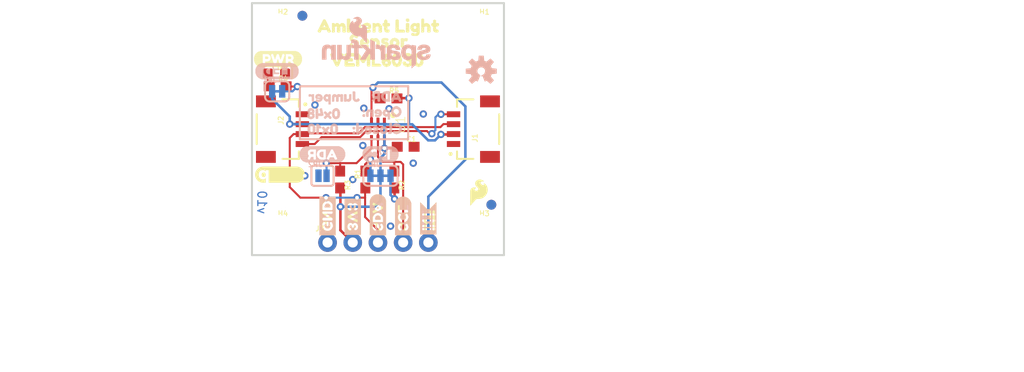
<source format=kicad_pcb>
(kicad_pcb (version 20211014) (generator pcbnew)
  (layers (0 "F.Cu" signal) (31 "B.Cu" signal) (34 "B.Paste" user) (35 "F.Paste" user) (36 "B.SilkS" user "B.Silkscreen") (37 "F.SilkS" user "F.Silkscreen") (38 "B.Mask" user) (39 "F.Mask" user) (44 "Edge.Cuts" user))
  (net 0 "")
  (net 1 "GND")
  (net 2 "3.3V")
  (net 3 "SCL")
  (net 4 "SDA")
  (net 5 "N$1")
  (net 6 "N$2")
  (net 7 "~{INT}")
  (net 8 "ADDR")
  (net 9 "N$3")
  (net 10 "N$4")
  (footprint "boardEagle:FIDUCIAL-1X2" (layer "F.Cu") (at 159.9311 112.6236)
    (fp_text reference "FD4" hide)
    (fp_text value "FIDUCIAL1X2" hide)
    (pad "1" smd roundrect (at 0 0) (size 1 1) (layers "F.Cu" "F.Mask") (roundrect_rratio 0.5))
  )
  (footprint "boardEagle:STAND-OFF-TIGHT" (layer "F.Cu") (at 158.6611 94.8436)
    (fp_text reference "H1" (at 0 -1.651) (layer "F.SilkS") (effects (font (size 0.512064 0.512064) (thickness 0.097536)) (justify left)))
    (fp_text value "STAND-OFFTIGHT")
    (pad "" np_thru_hole circle (at 0 0) (size 3.048 3.048) (drill 3.048) (layers *.Cu *.Mask))
  )
  (footprint "boardEagle:GND-04" (layer "F.Cu") (at 143.4211 116.1796 90)
    (fp_text reference "U$3" hide)
    (fp_text value "" hide)
  )
  (footprint "boardEagle:0603" (layer "F.Cu") (at 147.2311 110.0836 90)
    (fp_text reference "R1" (at 0 -0.762 90) (layer "F.SilkS") (effects (font (size 0.512064 0.512064) (thickness 0.097536)) (justify left)))
    (fp_text value "4.7k")
    (pad "1" smd rect (at -0.85 0 90) (size 1.1 1) (layers "F.Cu" "F.Paste" "F.Mask") (net 4 "SDA"))
    (pad "2" smd rect (at 0.85 0 90) (size 1.1 1) (layers "F.Cu" "F.Paste" "F.Mask") (net 9 "N$3"))
  )
  (footprint "boardEagle:LED-0603" (layer "F.Cu") (at 138.2649 99.3902)
    (fp_text reference "D1" (at 0 -0.635) (layer "F.SilkS") (effects (font (size 0.512064 0.512064) (thickness 0.097536)) (justify left)))
    (fp_text value "RED")
    (pad "A" smd roundrect (at -0.877 0 270) (size 1 1) (layers "F.Cu" "F.Paste" "F.Mask") (roundrect_rratio 0.15) (net 5 "N$1"))
    (pad "C" smd roundrect (at 0.877 0 270) (size 1 1) (layers "F.Cu" "F.Paste" "F.Mask") (roundrect_rratio 0.15) (net 1 "GND"))
  )
  (footprint "boardEagle:1X05_NO_SILK" (layer "F.Cu") (at 143.4211 116.4336)
    (fp_text reference "J3" (at -1.27 -1.397) (layer "F.SilkS") (effects (font (size 0.512064 0.512064) (thickness 0.097536)) (justify left)))
    (fp_text value "")
    (pad "1" thru_hole circle (at 0 0 90) (size 1.8796 1.8796) (drill 1.016) (layers *.Cu *.Mask) (net 1 "GND"))
    (pad "2" thru_hole circle (at 2.54 0 90) (size 1.8796 1.8796) (drill 1.016) (layers *.Cu *.Mask) (net 2 "3.3V"))
    (pad "3" thru_hole circle (at 5.08 0 90) (size 1.8796 1.8796) (drill 1.016) (layers *.Cu *.Mask) (net 4 "SDA"))
    (pad "4" thru_hole circle (at 7.62 0 90) (size 1.8796 1.8796) (drill 1.016) (layers *.Cu *.Mask) (net 3 "SCL"))
    (pad "5" thru_hole circle (at 10.16 0 90) (size 1.8796 1.8796) (drill 1.016) (layers *.Cu *.Mask) (net 7 "~{INT}"))
  )
  (footprint "boardEagle:0603" (layer "F.Cu") (at 138.3919 100.6856)
    (fp_text reference "R4" (at 0 -0.762) (layer "F.SilkS") (effects (font (size 0.512064 0.512064) (thickness 0.097536)) (justify left)))
    (fp_text value "1k")
    (pad "1" smd rect (at -0.85 0) (size 1.1 1) (layers "F.Cu" "F.Paste" "F.Mask") (net 5 "N$1"))
    (pad "2" smd rect (at 0.85 0) (size 1.1 1) (layers "F.Cu" "F.Paste" "F.Mask") (net 6 "N$2"))
  )
  (footprint "boardEagle:VEML60302" (layer "F.Cu") (at 142.5321 98.0186)
    (fp_text reference "U$17" hide)
    (fp_text value "" hide)
  )
  (footprint "boardEagle:0603" (layer "F.Cu") (at 149.5679 101.9048)
    (fp_text reference "R5" (at 0 -0.762) (layer "F.SilkS") (effects (font (size 0.512064 0.512064) (thickness 0.097536)) (justify left)))
    (fp_text value "10k")
    (pad "1" smd rect (at -0.85 0) (size 1.1 1) (layers "F.Cu" "F.Paste" "F.Mask") (net 7 "~{INT}"))
    (pad "2" smd rect (at 0.85 0) (size 1.1 1) (layers "F.Cu" "F.Paste" "F.Mask") (net 2 "3.3V"))
  )
  (footprint "boardEagle:3V3-04" (layer "F.Cu") (at 145.9611 116.1796 90)
    (fp_text reference "U$2" hide)
    (fp_text value "" hide)
  )
  (footprint "boardEagle:SCL-[)" (layer "F.Cu") (at 151.0411 116.1796 90)
    (fp_text reference "U$5" hide)
    (fp_text value "" hide)
  )
  (footprint "boardEagle:QWIIC_5MM" (layer "F.Cu") (at 138.5951 109.5756)
    (fp_text reference "U$1" hide)
    (fp_text value "QWIIC_LOGO_5MM" hide)
  )
  (footprint "boardEagle:INT#-[_" (layer "F.Cu") (at 153.5811 116.3066 90)
    (fp_text reference "U$6" hide)
    (fp_text value "" hide)
  )
  (footprint "boardEagle:JST04_1MM_RA" (layer "F.Cu") (at 140.8811 105.0036 -90)
    (fp_text reference "J2" (at -1.397 2.159 90) (layer "F.SilkS") (effects (font (size 0.512064 0.512064) (thickness 0.097536)) (justify right)))
    (fp_text value "")
    (pad "1" smd rect (at -1.5 0 270) (size 0.6 1.35) (layers "F.Cu" "F.Paste" "F.Mask") (net 1 "GND"))
    (pad "2" smd rect (at -0.5 0 270) (size 0.6 1.35) (layers "F.Cu" "F.Paste" "F.Mask") (net 2 "3.3V"))
    (pad "3" smd rect (at 0.5 0 270) (size 0.6 1.35) (layers "F.Cu" "F.Paste" "F.Mask") (net 4 "SDA"))
    (pad "4" smd rect (at 1.5 0 270) (size 0.6 1.35) (layers "F.Cu" "F.Paste" "F.Mask") (net 3 "SCL"))
    (pad "NC1" smd rect (at 2.8 3.675 270) (size 1.2 2) (layers "F.Cu" "F.Paste" "F.Mask"))
    (pad "NC2" smd rect (at -2.8 3.675 270) (size 1.2 2) (layers "F.Cu" "F.Paste" "F.Mask"))
  )
  (footprint "boardEagle:STAND-OFF-TIGHT" (layer "F.Cu") (at 138.3411 115.1636)
    (fp_text reference "H4" (at 0 -1.651) (layer "F.SilkS") (effects (font (size 0.512064 0.512064) (thickness 0.097536)) (justify left)))
    (fp_text value "STAND-OFFTIGHT")
    (pad "" np_thru_hole circle (at 0 0) (size 3.048 3.048) (drill 3.048) (layers *.Cu *.Mask))
  )
  (footprint "boardEagle:0603" (layer "F.Cu") (at 144.6911 110.0836 -90)
    (fp_text reference "R3" (at 0 -0.762 90) (layer "F.SilkS") (effects (font (size 0.512064 0.512064) (thickness 0.097536)) (justify right)))
    (fp_text value "10k")
    (pad "1" smd rect (at -0.85 0 270) (size 1.1 1) (layers "F.Cu" "F.Paste" "F.Mask") (net 8 "ADDR"))
    (pad "2" smd rect (at 0.85 0 270) (size 1.1 1) (layers "F.Cu" "F.Paste" "F.Mask") (net 2 "3.3V"))
  )
  (footprint "boardEagle:SFE_LOGO_FLAME_.1" (layer "F.Cu") (at 158.6611 111.3536)
    (fp_text reference "U$18" hide)
    (fp_text value "" hide)
  )
  (footprint "boardEagle:0603" (layer "F.Cu") (at 150.1521 110.0836 -90)
    (fp_text reference "R2" (at 0 -0.762 90) (layer "F.SilkS") (effects (font (size 0.512064 0.512064) (thickness 0.097536)) (justify right)))
    (fp_text value "4.7k")
    (pad "1" smd rect (at -0.85 0 270) (size 1.1 1) (layers "F.Cu" "F.Paste" "F.Mask") (net 3 "SCL"))
    (pad "2" smd rect (at 0.85 0 270) (size 1.1 1) (layers "F.Cu" "F.Paste" "F.Mask") (net 10 "N$4"))
  )
  (footprint "boardEagle:PWR-()-04" (layer "F.Cu") (at 135.9281 97.9424)
    (fp_text reference "U$19" hide)
    (fp_text value "" hide)
  )
  (footprint "boardEagle:STAND-OFF-TIGHT" (layer "F.Cu") (at 138.3411 94.8436)
    (fp_text reference "H2" (at 0 -1.651) (layer "F.SilkS") (effects (font (size 0.512064 0.512064) (thickness 0.097536)) (justify left)))
    (fp_text value "STAND-OFFTIGHT")
    (pad "" np_thru_hole circle (at 0 0) (size 3.048 3.048) (drill 3.048) (layers *.Cu *.Mask))
  )
  (footprint "boardEagle:FIDUCIAL-1X2" (layer "F.Cu") (at 140.8811 93.5736)
    (fp_text reference "FD3" hide)
    (fp_text value "FIDUCIAL1X2" hide)
    (pad "1" smd roundrect (at 0 0) (size 1 1) (layers "F.Cu" "F.Mask") (roundrect_rratio 0.5))
  )
  (footprint "boardEagle:CREATIVE_COMMONS" (layer "F.Cu") (at 130.7211 129.1336)
    (fp_text reference "FRAME1" hide)
    (fp_text value "FRAME-LETTER" hide)
  )
  (footprint "boardEagle:VEML6030" (layer "F.Cu") (at 148.5011 105.0036 -90)
    (fp_text reference "U1" (at -1.43 -2.286331 90) (layer "F.SilkS") (effects (font (size 0.9264 0.9264) (thickness 0.0736)) (justify right)))
    (fp_text value "VEML6030")
    (pad "P1" smd rect (at -0.88 -0.65 270) (size 0.55 0.3) (layers "F.Cu" "F.Paste" "F.Mask") (net 1 "GND"))
    (pad "P2" smd rect (at -0.88 0 270) (size 0.55 0.3) (layers "F.Cu" "F.Paste" "F.Mask") (net 4 "SDA"))
    (pad "P3" smd rect (at -0.88 0.65 270) (size 0.55 0.3) (layers "F.Cu" "F.Paste" "F.Mask") (net 7 "~{INT}"))
    (pad "P4" smd rect (at 0.87 0.65 270) (size 0.55 0.3) (layers "F.Cu" "F.Paste" "F.Mask") (net 8 "ADDR"))
    (pad "P5" smd rect (at 0.87 0 270) (size 0.55 0.3) (layers "F.Cu" "F.Paste" "F.Mask") (net 3 "SCL"))
    (pad "P6" smd rect (at 0.87 -0.65 270) (size 0.55 0.3) (layers "F.Cu" "F.Paste" "F.Mask") (net 2 "3.3V"))
  )
  (footprint "boardEagle:AMBIENT_LIGHT0" (layer "F.Cu") (at 141.2621 94.5896)
    (fp_text reference "U$15" hide)
    (fp_text value "" hide)
  )
  (footprint "boardEagle:STAND-OFF-TIGHT" (layer "F.Cu") (at 158.6611 115.1636)
    (fp_text reference "H3" (at 0 -1.651) (layer "F.SilkS") (effects (font (size 0.512064 0.512064) (thickness 0.097536)) (justify left)))
    (fp_text value "STAND-OFFTIGHT")
    (pad "" np_thru_hole circle (at 0 0) (size 3.048 3.048) (drill 3.048) (layers *.Cu *.Mask))
  )
  (footprint "boardEagle:SDA-[)" (layer "F.Cu") (at 148.5011 116.1796 90)
    (fp_text reference "U$4" hide)
    (fp_text value "" hide)
  )
  (footprint "boardEagle:0603" (layer "F.Cu") (at 151.2951 106.7816)
    (fp_text reference "C1" (at 0 -0.762) (layer "F.SilkS") (effects (font (size 0.512064 0.512064) (thickness 0.097536)) (justify left)))
    (fp_text value "0.1uF")
    (pad "1" smd rect (at -0.85 0) (size 1.1 1) (layers "F.Cu" "F.Paste" "F.Mask") (net 2 "3.3V"))
    (pad "2" smd rect (at 0.85 0) (size 1.1 1) (layers "F.Cu" "F.Paste" "F.Mask") (net 1 "GND"))
  )
  (footprint "boardEagle:SENSOR1" (layer "F.Cu") (at 144.4371 96.1136)
    (fp_text reference "U$16" hide)
    (fp_text value "" hide)
  )
  (footprint "boardEagle:JST04_1MM_RA" (layer "F.Cu") (at 156.1211 105.0036 90)
    (fp_text reference "J1" (at -1.397 2.159 90) (layer "F.SilkS") (effects (font (size 0.512064 0.512064) (thickness 0.097536)) (justify left)))
    (fp_text value "")
    (pad "1" smd rect (at -1.5 0 90) (size 0.6 1.35) (layers "F.Cu" "F.Paste" "F.Mask") (net 1 "GND"))
    (pad "2" smd rect (at -0.5 0 90) (size 0.6 1.35) (layers "F.Cu" "F.Paste" "F.Mask") (net 2 "3.3V"))
    (pad "3" smd rect (at 0.5 0 90) (size 0.6 1.35) (layers "F.Cu" "F.Paste" "F.Mask") (net 4 "SDA"))
    (pad "4" smd rect (at 1.5 0 90) (size 0.6 1.35) (layers "F.Cu" "F.Paste" "F.Mask") (net 3 "SCL"))
    (pad "NC1" smd rect (at 2.8 3.675 90) (size 1.2 2) (layers "F.Cu" "F.Paste" "F.Mask"))
    (pad "NC2" smd rect (at -2.8 3.675 90) (size 1.2 2) (layers "F.Cu" "F.Paste" "F.Mask"))
  )
  (footprint "boardEagle:3V3-04" (layer "B.Cu") (at 145.9611 116.1796 90)
    (fp_text reference "U$11" hide)
    (fp_text value "" hide)
  )
  (footprint "boardEagle:JUMPER1" (layer "B.Cu") (at 147.5867 101.7016 180)
    (fp_text reference "U$26" hide)
    (fp_text value "" hide)
  )
  (footprint "boardEagle:SMT-JUMPER_3_2-NC_TRACE_SILK" (layer "B.Cu") (at 148.7551 109.7026 180)
    (fp_text reference "JP3" (at 0 1.143) (layer "B.SilkS") (effects (font (size 0.512064 0.512064) (thickness 0.097536)) (justify left mirror)))
    (fp_text value "I2C_PU")
    (fp_poly (pts (xy -0.7112 -0.127) (xy -0.3048 -0.127) (xy -0.3048 0.127) (xy -0.7112 0.127)) (layer "B.Cu") (width 0) (fill solid))
    (fp_poly (pts (xy 0.3048 -0.127) (xy 0.7112 -0.127) (xy 0.7112 0.127) (xy 0.3048 0.127)) (layer "B.Cu") (width 0) (fill solid))
    (pad "1" smd rect (at -1.016 0 180) (size 0.635 1.27) (layers "B.Cu" "B.Mask") (net 10 "N$4"))
    (pad "2" smd rect (at 0 0 180) (size 0.635 1.27) (layers "B.Cu" "B.Mask") (net 2 "3.3V"))
    (pad "3" smd rect (at 1.016 0 180) (size 0.635 1.27) (layers "B.Cu" "B.Mask") (net 9 "N$3"))
  )
  (footprint "boardEagle:INT#-[_" (layer "B.Cu") (at 153.5811 116.3066 90)
    (fp_text reference "U$7" hide)
    (fp_text value "" hide)
  )
  (footprint "boardEagle:SCL-[)" (layer "B.Cu") (at 151.0411 116.1796 90)
    (fp_text reference "U$10" hide)
    (fp_text value "" hide)
  )
  (footprint "boardEagle:ADR0" (layer "B.Cu") (at 151.8031 101.7016 180)
    (fp_text reference "U$25" hide)
    (fp_text value "" hide)
  )
  (footprint "boardEagle:CLOSED#2" (layer "B.Cu") (at 151.8539 104.9528 180)
    (fp_text reference "U$20" hide)
    (fp_text value "" hide)
  )
  (footprint "boardEagle:LED0" (layer "B.Cu") (at 140.6271 99.1616 180)
    (fp_text reference "U$14" hide)
    (fp_text value "" hide)
  )
  (footprint "boardEagle:SDA-[)" (layer "B.Cu") (at 148.5011 116.1796 90)
    (fp_text reference "U$9" hide)
    (fp_text value "" hide)
  )
  (footprint "boardEagle:GND-04" (layer "B.Cu") (at 143.4211 116.1796 90)
    (fp_text reference "U$8" hide)
    (fp_text value "" hide)
  )
  (footprint "boardEagle:0X481" (layer "B.Cu") (at 145.6055 103.4288 180)
    (fp_text reference "U$22" hide)
    (fp_text value "" hide)
  )
  (footprint "boardEagle:FIDUCIAL-1X2" (layer "B.Cu") (at 159.9311 112.6236 180)
    (fp_text reference "FD1" hide)
    (fp_text value "FIDUCIAL1X2" hide)
    (pad "1" smd roundrect (at 0 0 180) (size 1 1) (layers "B.Cu" "B.Mask") (roundrect_rratio 0.5))
  )
  (footprint "boardEagle:OSHW-LOGO-S" (layer "B.Cu") (at 158.9151 99.1616 180)
    (fp_text reference "LOGO2" hide)
    (fp_text value "OSHW-LOGOS" hide)
  )
  (footprint "boardEagle:FIDUCIAL-1X2" (layer "B.Cu") (at 140.8811 93.5736 180)
    (fp_text reference "FD2" hide)
    (fp_text value "FIDUCIAL1X2" hide)
    (pad "1" smd roundrect (at 0 0 180) (size 1 1) (layers "B.Cu" "B.Mask") (roundrect_rratio 0.5))
  )
  (footprint "boardEagle:SFE_LOGO_NAME_FLAME_.1" (layer "B.Cu") (at 148.2471 97.3836 180)
    (fp_text reference "LOGO1" hide)
    (fp_text value "SFE_LOGO_NAME_FLAME.1_INCH" hide)
  )
  (footprint "boardEagle:SMT-JUMPER_2_NO_SILK" (layer "B.Cu") (at 142.9131 109.7026 180)
    (fp_text reference "JP2" (at 0 1.143) (layer "B.SilkS") (effects (font (size 0.512064 0.512064) (thickness 0.097536)) (justify left mirror)))
    (fp_text value "ADDR")
    (pad "1" smd rect (at -0.4064 0 180) (size 0.635 1.27) (layers "B.Cu" "B.Mask") (net 8 "ADDR"))
    (pad "2" smd rect (at 0.4064 0 180) (size 0.635 1.27) (layers "B.Cu" "B.Mask") (net 1 "GND"))
  )
  (footprint "boardEagle:SMT-JUMPER_2_NC_TRACE_SILK" (layer "B.Cu") (at 138.3411 101.1936 180)
    (fp_text reference "JP1" (at 0 1.143) (layer "B.SilkS") (effects (font (size 0.512064 0.512064) (thickness 0.097536)) (justify left mirror)))
    (fp_text value "LED")
    (fp_poly (pts (xy -0.2032 -0.127) (xy 0.2032 -0.127) (xy 0.2032 0.127) (xy -0.2032 0.127)) (layer "B.Cu") (width 0) (fill solid))
    (pad "1" smd rect (at -0.508 0 180) (size 0.635 1.27) (layers "B.Cu" "B.Mask") (net 6 "N$2"))
    (pad "2" smd rect (at 0.508 0 180) (size 0.635 1.27) (layers "B.Cu" "B.Mask") (net 2 "3.3V"))
  )
  (footprint "boardEagle:I_SUPER2_C-()-04" (layer "B.Cu") (at 150.6601 107.5436 180)
    (fp_text reference "U$12" hide)
    (fp_text value "" hide)
  )
  (footprint "boardEagle:0X103" (layer "B.Cu") (at 145.4023 104.9782 180)
    (fp_text reference "U$24" hide)
    (fp_text value "" hide)
  )
  (footprint "boardEagle:ADR-()" (layer "B.Cu") (at 145.3261 107.5436 180)
    (fp_text reference "U$13" hide)
    (fp_text value "" hide)
  )
  (footprint "boardEagle:OPEN#0" (layer "B.Cu") (at 151.8031 103.2256 180)
    (fp_text reference "U$21" hide)
    (fp_text value "" hide)
  )
  (gr_line (start 140.6271 100.6856) (end 151.5491 100.6856) (layer "B.SilkS") (width 0.2032))
  (gr_line (start 151.5491 106.0196) (end 140.6271 106.0196) (layer "B.SilkS") (width 0.2032))
  (gr_line (start 140.6271 106.0196) (end 140.6271 100.6856) (layer "B.SilkS") (width 0.2032))
  (gr_line (start 151.5491 100.6856) (end 151.5491 106.0196) (layer "B.SilkS") (width 0.2032))
  (gr_line (start 161.2011 92.3036) (end 161.2011 117.7036) (layer "Edge.Cuts") (width 0.2032))
  (gr_line (start 135.8011 92.3036) (end 161.2011 92.3036) (layer "Edge.Cuts") (width 0.2032))
  (gr_line (start 161.2011 117.7036) (end 135.8011 117.7036) (layer "Edge.Cuts") (width 0.2032))
  (gr_line (start 135.8011 117.7036) (end 135.8011 92.3036) (layer "Edge.Cuts") (width 0.2032))
  (gr_text "v10" (at 137.3251 111.0996 -90) (layer "B.Cu") (effects (font (size 0.89408 0.89408) (thickness 0.12192)) (justify right top mirror)))
  (via (at 149.6187 102.9462) (size 0.7366) (drill 0.381) (layers "F.Cu" "B.Cu") (net 1))
  (via (at 152.0571 108.4326) (size 0.7366) (drill 0.381) (layers "F.Cu" "B.Cu") (net 1))
  (via (at 153.0731 103.4796) (size 0.7366) (drill 0.381) (layers "F.Cu" "B.Cu") (net 1))
  (via (at 149.7711 114.7826) (size 0.7366) (drill 0.381) (layers "F.Cu" "B.Cu") (net 1))
  (via (at 141.1351 109.7026) (size 0.7366) (drill 0.381) (layers "F.Cu" "B.Cu") (net 1))
  (via (at 147.0787 102.8954) (size 0.7366) (drill 0.381) (layers "F.Cu" "B.Cu") (net 1))
  (via (at 145.9611 110.0836) (size 0.7366) (drill 0.381) (layers "F.Cu" "B.Cu") (net 1))
  (via (at 146.9771 106.6546) (size 0.7366) (drill 0.381) (layers "F.Cu" "B.Cu") (net 1))
  (via (at 142.1511 102.5652) (size 0.7366) (drill 0.381) (layers "F.Cu" "B.Cu") (net 1))
  (segment (start 156.0877 105.537) (end 154.8511 105.537) (width 0.254) (layer "F.Cu") (net 2))
  (segment (start 151.6253 101.8794) (end 150.4433 101.8794) (width 0.254) (layer "F.Cu") (net 2))
  (segment (start 139.6111 104.5036) (end 140.8811 104.5036) (width 0.254) (layer "F.Cu") (net 2))
  (segment (start 149.1511 105.8736) (end 149.1511 106.934) (width 0.254) (layer "F.Cu") (net 2))
  (segment (start 144.6911 110.9336) (end 144.7165 110.959) (width 0.254) (layer "F.Cu") (net 2))
  (segment (start 144.7165 110.959) (end 144.7165 112.8268) (width 0.254) (layer "F.Cu") (net 2))
  (segment (start 144.7165 112.8268) (end 144.7165 115.189) (width 0.254) (layer "F.Cu") (net 2))
  (segment (start 144.7165 115.189) (end 145.9611 116.4336) (width 0.254) (layer "F.Cu") (net 2))
  (segment (start 139.6111 104.4956) (end 139.6111 104.5036) (width 0.254) (layer "F.Cu") (net 2))
  (segment (start 150.2927 106.934) (end 149.1511 106.934) (width 0.254) (layer "F.Cu") (net 2))
  (segment (start 150.2927 106.934) (end 150.4451 106.7816) (width 0.254) (layer "F.Cu") (net 2))
  (segment (start 150.4433 101.8794) (end 150.4179 101.9048) (width 0.254) (layer "F.Cu") (net 2))
  (segment (start 156.1211 105.5036) (end 156.0877 105.537) (width 0.254) (layer "F.Cu") (net 2))
  (via (at 139.6111 104.4956) (size 0.7366) (drill 0.381) (layers "F.Cu" "B.Cu") (net 2))
  (via (at 151.6253 101.8794) (size 0.7366) (drill 0.381) (layers "F.Cu" "B.Cu") (net 2))
  (via (at 144.7165 112.8268) (size 0.7366) (drill 0.381) (layers "F.Cu" "B.Cu") (net 2))
  (via (at 149.1511 106.934) (size 0.7366) (drill 0.381) (layers "F.Cu" "B.Cu") (net 2))
  (via (at 154.8511 105.537) (size 0.7366) (drill 0.381) (layers "F.Cu" "B.Cu") (net 2))
  (segment (start 149.1511 106.934) (end 149.1511 107.5182) (width 0.254) (layer "B.Cu") (net 2))
  (segment (start 149.2631 104.521) (end 149.2885 104.4956) (width 0.254) (layer "B.Cu") (net 2))
  (segment (start 151.6253 104.4448) (end 151.5491 104.521) (width 0.254) (layer "B.Cu") (net 2))
  (segment (start 139.6111 103.7336) (end 139.6111 104.4956) (width 0.254) (layer "B.Cu") (net 2))
  (segment (start 149.1511 107.5182) (end 148.7551 107.9142) (width 0.254) (layer "B.Cu") (net 2))
  (segment (start 149.2631 104.521) (end 151.5491 104.521) (width 0.254) (layer "B.Cu") (net 2))
  (segment (start 144.7165 112.8268) (end 148.1455 112.8268) (width 0.254) (layer "B.Cu") (net 2))
  (segment (start 137.8331 101.1936) (end 137.8331 101.9556) (width 0.254) (layer "B.Cu") (net 2))
  (segment (start 139.6111 104.4956) (end 149.2885 104.4956) (width 0.254) (layer "B.Cu") (net 2))
  (segment (start 149.1511 106.934) (end 149.1511 104.633) (width 0.254) (layer "B.Cu") (net 2))
  (segment (start 148.7551 112.2172) (end 148.7551 109.7026) (width 0.254) (layer "B.Cu") (net 2))
  (segment (start 148.7551 107.9142) (end 148.7551 109.7026) (width 0.254) (layer "B.Cu") (net 2))
  (segment (start 151.9555 104.521) (end 153.5684 106.1339) (width 0.254) (layer "B.Cu") (net 2))
  (segment (start 151.5491 104.521) (end 151.9555 104.521) (width 0.254) (layer "B.Cu") (net 2))
  (segment (start 151.6253 101.8794) (end 151.6253 104.4448) (width 0.254) (layer "B.Cu") (net 2))
  (segment (start 148.1455 112.8268) (end 148.7551 112.2172) (width 0.254) (layer "B.Cu") (net 2))
  (segment (start 154.8511 105.537) (end 154.2542 106.1339) (width 0.254) (layer "B.Cu") (net 2))
  (segment (start 149.1511 104.633) (end 149.2631 104.521) (width 0.254) (layer "B.Cu") (net 2))
  (segment (start 139.6111 103.7336) (end 137.8331 101.9556) (width 0.254) (layer "B.Cu") (net 2))
  (segment (start 154.2542 106.1339) (end 153.5684 106.1339) (width 0.254) (layer "B.Cu") (net 2))
  (segment (start 147.322709 105.19681) (end 148.5011 105.19681) (width 0.2032) (layer "F.Cu") (net 3))
  (segment (start 148.5011 107.8112) (end 148.5011 105.8736) (width 0.2032) (layer "F.Cu") (net 3))
  (segment (start 148.5011 107.8112) (end 148.9955 108.3056) (width 0.2032) (layer "F.Cu") (net 3))
  (segment (start 148.9955 108.3056) (end 150.1521 108.3056) (width 0.2032) (layer "F.Cu") (net 3))
  (segment (start 153.7081 105.4608) (end 153.444109 105.19681) (width 0.2032) (layer "F.Cu") (net 3))
  (segment (start 150.1521 109.2336) (end 150.1521 108.3056) (width 0.2032) (layer "F.Cu") (net 3))
  (segment (start 151.0411 116.4336) (end 151.0411 108.5596) (width 0.2032) (layer "F.Cu") (net 3))
  (segment (start 156.1211 103.5036) (end 156.1197 103.505) (width 0.2032) (layer "F.Cu") (net 3))
  (segment (start 148.5011 105.8736) (end 148.5011 105.19681) (width 0.2032) (layer "F.Cu") (net 3))
  (segment (start 146.711118 105.8084) (end 147.322709 105.19681) (width 0.2032) (layer "F.Cu") (net 3))
  (segment (start 156.1197 103.505) (end 154.8511 103.505) (width 0.2032) (layer "F.Cu") (net 3))
  (segment (start 150.7871 108.3056) (end 151.0411 108.5596) (width 0.2032) (layer "F.Cu") (net 3))
  (segment (start 142.8223 105.8084) (end 146.711118 105.8084) (width 0.2032) (layer "F.Cu") (net 3))
  (segment (start 153.7081 105.4608) (end 153.9367 105.4608) (width 0.2032) (layer "F.Cu") (net 3))
  (segment (start 140.8811 106.5036) (end 142.1271 106.5036) (width 0.2032) (layer "F.Cu") (net 3))
  (segment (start 150.1521 108.3056) (end 150.7871 108.3056) (width 0.2032) (layer "F.Cu") (net 3))
  (segment (start 142.1271 106.5036) (end 142.8223 105.8084) (width 0.2032) (layer "F.Cu") (net 3))
  (segment (start 148.5011 105.19681) (end 153.444109 105.19681) (width 0.2032) (layer "F.Cu") (net 3))
  (via (at 154.8511 103.505) (size 0.7366) (drill 0.381) (layers "F.Cu" "B.Cu") (net 3))
  (via (at 153.9367 105.4608) (size 0.7366) (drill 0.381) (layers "F.Cu" "B.Cu") (net 3))
  (segment (start 154.2923 103.8098) (end 154.2923 105.1052) (width 0.2032) (layer "B.Cu") (net 3))
  (segment (start 153.9367 105.4608) (end 154.2923 105.1052) (width 0.2032) (layer "B.Cu") (net 3))
  (segment (start 154.5971 103.505) (end 154.2923 103.8098) (width 0.2032) (layer "B.Cu") (net 3))
  (segment (start 154.5971 103.505) (end 154.8511 103.505) (width 0.2032) (layer "B.Cu") (net 3))
  (segment (start 147.1803 104.8004) (end 148.5011 104.8004) (width 0.2032) (layer "F.Cu") (net 4))
  (segment (start 146.5533 105.4274) (end 140.9573 105.4274) (width 0.2032) (layer "F.Cu") (net 4))
  (segment (start 147.2057 110.959) (end 147.2311 110.9336) (width 0.2032) (layer "F.Cu") (net 4))
  (segment (start 140.0001 105.5036) (end 139.6111 105.8926) (width 0.2032) (layer "F.Cu") (net 4))
  (segment (start 155.1051 104.4956) (end 156.1131 104.4956) (width 0.2032) (layer "F.Cu") (net 4))
  (segment (start 156.1131 104.4956) (end 156.1211 104.5036) (width 0.2032) (layer "F.Cu") (net 4))
  (segment (start 148.5011 115.1636) (end 148.5011 116.4336) (width 0.2032) (layer "F.Cu") (net 4))
  (segment (start 146.5533 105.4274) (end 147.1803 104.8004) (width 0.2032) (layer "F.Cu") (net 4))
  (segment (start 139.6111 110.8456) (end 140.6779 111.9124) (width 0.2032) (layer "F.Cu") (net 4))
  (segment (start 148.5011 115.1636) (end 147.2057 113.8682) (width 0.2032) (layer "F.Cu") (net 4))
  (segment (start 148.5011 104.8004) (end 154.8003 104.8004) (width 0.2032) (layer "F.Cu") (net 4))
  (segment (start 148.5011 104.1236) (end 148.5011 104.8004) (width 0.2032) (layer "F.Cu") (net 4))
  (segment (start 147.2057 113.8682) (end 147.2057 111.9124) (width 0.2032) (layer "F.Cu") (net 4))
  (segment (start 140.8811 105.5036) (end 140.0001 105.5036) (width 0.2032) (layer "F.Cu") (net 4))
  (segment (start 147.2057 111.9124) (end 147.2057 110.959) (width 0.2032) (layer "F.Cu") (net 4))
  (segment (start 146.3929 111.9124) (end 147.2057 111.9124) (width 0.2032) (layer "F.Cu") (net 4))
  (segment (start 140.8811 105.5036) (end 140.9573 105.4274) (width 0.2032) (layer "F.Cu") (net 4))
  (segment (start 139.6111 105.8926) (end 139.6111 110.8456) (width 0.2032) (layer "F.Cu") (net 4))
  (segment (start 154.8003 104.8004) (end 155.1051 104.4956) (width 0.2032) (layer "F.Cu") (net 4))
  (segment (start 140.6779 111.9124) (end 143.2687 111.9124) (width 0.2032) (layer "F.Cu") (net 4))
  (via (at 146.3929 111.9124) (size 0.7366) (drill 0.381) (layers "F.Cu" "B.Cu") (net 4))
  (via (at 143.2687 111.9124) (size 0.7366) (drill 0.381) (layers "F.Cu" "B.Cu") (net 4))
  (segment (start 146.3929 111.9124) (end 143.2687 111.9124) (width 0.2032) (layer "B.Cu") (net 4))
  (segment (start 137.5419 100.6856) (end 137.3879 100.5316) (width 0.2032) (layer "F.Cu") (net 5))
  (segment (start 137.3879 99.3902) (end 137.3879 100.5316) (width 0.2032) (layer "F.Cu") (net 5))
  (segment (start 140.3731 100.711) (end 139.2673 100.711) (width 0.2032) (layer "F.Cu") (net 6))
  (segment (start 139.2419 100.6856) (end 139.2673 100.711) (width 0.2032) (layer "F.Cu") (net 6))
  (via (at 140.3731 100.711) (size 0.7366) (drill 0.381) (layers "F.Cu" "B.Cu") (net 6))
  (segment (start 139.8905 101.1936) (end 138.8491 101.1936) (width 0.2032) (layer "B.Cu") (net 6))
  (segment (start 140.3731 100.711) (end 139.8905 101.1936) (width 0.2032) (layer "B.Cu") (net 6))
  (segment (start 148.6671 101.9556) (end 147.8511 101.9556) (width 0.2032) (layer "F.Cu") (net 7))
  (segment (start 147.8511 100.9546) (end 147.9931 100.8126) (width 0.2032) (layer "F.Cu") (net 7))
  (segment (start 147.8511 101.9556) (end 147.8511 100.9546) (width 0.2032) (layer "F.Cu") (net 7))
  (segment (start 147.8511 104.1236) (end 147.8511 101.9556) (width 0.2032) (layer "F.Cu") (net 7))
  (segment (start 148.7179 101.9048) (end 148.6671 101.9556) (width 0.2032) (layer "F.Cu") (net 7))
  (via (at 147.9931 100.8126) (size 0.7366) (drill 0.381) (layers "F.Cu" "B.Cu") (net 7))
  (segment (start 157.3149 108.077) (end 157.3149 102.7176) (width 0.254) (layer "B.Cu") (net 7))
  (segment (start 153.5811 111.8108) (end 157.3149 108.077) (width 0.254) (layer "B.Cu") (net 7))
  (segment (start 154.9019 100.3046) (end 148.5011 100.3046) (width 0.254) (layer "B.Cu") (net 7))
  (segment (start 153.5811 116.4336) (end 153.5811 111.8108) (width 0.254) (layer "B.Cu") (net 7))
  (segment (start 157.3149 102.7176) (end 154.9019 100.3046) (width 0.254) (layer "B.Cu") (net 7))
  (segment (start 148.5011 100.3046) (end 147.9931 100.8126) (width 0.254) (layer "B.Cu") (net 7))
  (segment (start 143.2941 108.4326) (end 144.6911 108.4326) (width 0.2032) (layer "F.Cu") (net 8))
  (segment (start 144.6911 109.2336) (end 144.6911 108.4326) (width 0.2032) (layer "F.Cu") (net 8))
  (segment (start 144.6911 108.4326) (end 146.3421 108.4326) (width 0.2032) (layer "F.Cu") (net 8))
  (segment (start 147.8511 106.9236) (end 147.8511 105.8736) (width 0.2032) (layer "F.Cu") (net 8))
  (segment (start 146.3421 108.4326) (end 147.8511 106.9236) (width 0.2032) (layer "F.Cu") (net 8))
  (via (at 143.2941 108.4326) (size 0.7366) (drill 0.381) (layers "F.Cu" "B.Cu") (net 8))
  (segment (start 143.2941 108.4326) (end 143.3195 108.458) (width 0.2032) (layer "B.Cu") (net 8))
  (segment (start 143.3195 108.458) (end 143.3195 109.7026) (width 0.2032) (layer "B.Cu") (net 8))
  (segment (start 147.2311 108.5596) (end 147.2311 109.2336) (width 0.254) (layer "F.Cu") (net 9))
  (segment (start 147.7391 108.0516) (end 147.2311 108.5596) (width 0.254) (layer "F.Cu") (net 9))
  (via (at 147.7391 108.0516) (size 0.7366) (drill 0.381) (layers "F.Cu" "B.Cu") (net 9))
  (segment (start 147.7391 108.0516) (end 147.7391 109.7026) (width 0.254) (layer "B.Cu") (net 9))
  (segment (start 150.1521 110.9336) (end 150.1775 110.959) (width 0.254) (layer "F.Cu") (net 10))
  (segment (start 150.1775 110.959) (end 150.1775 112.0394) (width 0.254) (layer "F.Cu") (net 10))
  (via (at 150.1775 112.0394) (size 0.7366) (drill 0.381) (layers "F.Cu" "B.Cu") (net 10))
  (segment (start 149.7711 109.7026) (end 149.7711 111.633) (width 0.254) (layer "B.Cu") (net 10))
  (segment (start 149.7711 111.633) (end 150.1775 112.0394) (width 0.254) (layer "B.Cu") (net 10))
)
</source>
